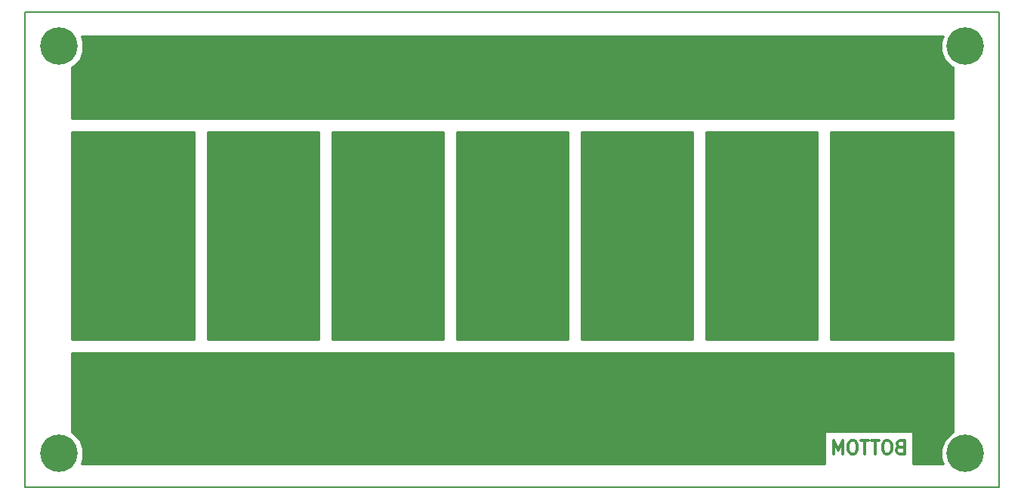
<source format=gbr>
G04 #@! TF.FileFunction,Copper,L2,Bot,Signal*
%FSLAX46Y46*%
G04 Gerber Fmt 4.6, Leading zero omitted, Abs format (unit mm)*
G04 Created by KiCad (PCBNEW 4.0.6) date 06/20/17 17:05:56*
%MOMM*%
%LPD*%
G01*
G04 APERTURE LIST*
%ADD10C,0.100000*%
%ADD11C,0.150000*%
%ADD12C,0.300000*%
%ADD13C,4.200000*%
%ADD14C,4.572000*%
%ADD15C,2.500000*%
%ADD16C,0.250000*%
%ADD17C,0.254000*%
G04 APERTURE END LIST*
D10*
D11*
X210820000Y-140970000D02*
X208280000Y-140970000D01*
X208280000Y-87630000D02*
X210820000Y-87630000D01*
X104140000Y-87630000D02*
X101600000Y-87630000D01*
X104140000Y-140970000D02*
X101600000Y-140970000D01*
D12*
X199679286Y-136417857D02*
X199465000Y-136489286D01*
X199393572Y-136560714D01*
X199322143Y-136703571D01*
X199322143Y-136917857D01*
X199393572Y-137060714D01*
X199465000Y-137132143D01*
X199607858Y-137203571D01*
X200179286Y-137203571D01*
X200179286Y-135703571D01*
X199679286Y-135703571D01*
X199536429Y-135775000D01*
X199465000Y-135846429D01*
X199393572Y-135989286D01*
X199393572Y-136132143D01*
X199465000Y-136275000D01*
X199536429Y-136346429D01*
X199679286Y-136417857D01*
X200179286Y-136417857D01*
X198393572Y-135703571D02*
X198107858Y-135703571D01*
X197965000Y-135775000D01*
X197822143Y-135917857D01*
X197750715Y-136203571D01*
X197750715Y-136703571D01*
X197822143Y-136989286D01*
X197965000Y-137132143D01*
X198107858Y-137203571D01*
X198393572Y-137203571D01*
X198536429Y-137132143D01*
X198679286Y-136989286D01*
X198750715Y-136703571D01*
X198750715Y-136203571D01*
X198679286Y-135917857D01*
X198536429Y-135775000D01*
X198393572Y-135703571D01*
X197322143Y-135703571D02*
X196465000Y-135703571D01*
X196893571Y-137203571D02*
X196893571Y-135703571D01*
X196179286Y-135703571D02*
X195322143Y-135703571D01*
X195750714Y-137203571D02*
X195750714Y-135703571D01*
X194536429Y-135703571D02*
X194250715Y-135703571D01*
X194107857Y-135775000D01*
X193965000Y-135917857D01*
X193893572Y-136203571D01*
X193893572Y-136703571D01*
X193965000Y-136989286D01*
X194107857Y-137132143D01*
X194250715Y-137203571D01*
X194536429Y-137203571D01*
X194679286Y-137132143D01*
X194822143Y-136989286D01*
X194893572Y-136703571D01*
X194893572Y-136203571D01*
X194822143Y-135917857D01*
X194679286Y-135775000D01*
X194536429Y-135703571D01*
X193250714Y-137203571D02*
X193250714Y-135703571D01*
X192750714Y-136775000D01*
X192250714Y-135703571D01*
X192250714Y-137203571D01*
D11*
X101600000Y-140970000D02*
X101600000Y-87630000D01*
X208280000Y-140970000D02*
X104140000Y-140970000D01*
X210820000Y-87630000D02*
X210820000Y-140970000D01*
X104140000Y-87630000D02*
X208280000Y-87630000D01*
D13*
X105410000Y-137160000D03*
X207010000Y-91440000D03*
X207010000Y-137160000D03*
D14*
X198120000Y-104267000D03*
X198120000Y-96393000D03*
X184150000Y-104267000D03*
X184150000Y-96393000D03*
X170180000Y-104267000D03*
X170180000Y-96393000D03*
X156210000Y-104267000D03*
X156210000Y-96393000D03*
X142240000Y-104267000D03*
X142240000Y-96393000D03*
X128270000Y-104267000D03*
X128270000Y-96393000D03*
X114300000Y-104267000D03*
X114300000Y-96393000D03*
D15*
X116000000Y-118995000D03*
X112600000Y-118995000D03*
X116000000Y-132465000D03*
X112600000Y-132465000D03*
X129970000Y-118995000D03*
X126570000Y-118995000D03*
X129970000Y-132465000D03*
X126570000Y-132465000D03*
X143940000Y-118995000D03*
X140540000Y-118995000D03*
X143940000Y-132465000D03*
X140540000Y-132465000D03*
X157910000Y-118995000D03*
X154510000Y-118995000D03*
X157910000Y-132465000D03*
X154510000Y-132465000D03*
X171880000Y-118995000D03*
X168480000Y-118995000D03*
X171880000Y-132465000D03*
X168480000Y-132465000D03*
X185850000Y-118995000D03*
X182450000Y-118995000D03*
X185850000Y-132465000D03*
X182450000Y-132465000D03*
X199820000Y-118995000D03*
X196420000Y-118995000D03*
X199820000Y-132465000D03*
X196420000Y-132465000D03*
D13*
X105410000Y-91440000D03*
D16*
X196420000Y-118995000D02*
X199820000Y-118995000D01*
X198120000Y-104267000D02*
X198120000Y-117295000D01*
X198120000Y-117295000D02*
X199820000Y-118995000D01*
X112600000Y-132465000D02*
X116000000Y-132465000D01*
X116000000Y-132465000D02*
X126570000Y-132465000D01*
X126570000Y-132465000D02*
X129970000Y-132465000D01*
X129970000Y-132465000D02*
X140540000Y-132465000D01*
X140540000Y-132465000D02*
X143940000Y-132465000D01*
X143940000Y-132465000D02*
X154510000Y-132465000D01*
X154510000Y-132465000D02*
X157910000Y-132465000D01*
X157910000Y-132465000D02*
X168480000Y-132465000D01*
X168480000Y-132465000D02*
X171880000Y-132465000D01*
X171880000Y-132465000D02*
X182450000Y-132465000D01*
X182450000Y-132465000D02*
X185850000Y-132465000D01*
X185850000Y-132465000D02*
X196420000Y-132465000D01*
X196420000Y-132465000D02*
X199820000Y-132465000D01*
X184150000Y-96393000D02*
X170180000Y-96393000D01*
X170180000Y-96393000D02*
X156210000Y-96393000D01*
X156210000Y-96393000D02*
X142240000Y-96393000D01*
X142240000Y-96393000D02*
X128270000Y-96393000D01*
X128270000Y-96393000D02*
X114300000Y-96393000D01*
D17*
G36*
X204275476Y-90893588D02*
X204274526Y-91981638D01*
X204690028Y-92987229D01*
X205458724Y-93757268D01*
X205613000Y-93821329D01*
X205613000Y-99568000D01*
X106807000Y-99568000D01*
X106807000Y-93822045D01*
X106957229Y-93759972D01*
X107727268Y-92991276D01*
X108144524Y-91986412D01*
X108145474Y-90898362D01*
X107896996Y-90297000D01*
X204523201Y-90297000D01*
X204275476Y-90893588D01*
X204275476Y-90893588D01*
G37*
X204275476Y-90893588D02*
X204274526Y-91981638D01*
X204690028Y-92987229D01*
X205458724Y-93757268D01*
X205613000Y-93821329D01*
X205613000Y-99568000D01*
X106807000Y-99568000D01*
X106807000Y-93822045D01*
X106957229Y-93759972D01*
X107727268Y-92991276D01*
X108144524Y-91986412D01*
X108145474Y-90898362D01*
X107896996Y-90297000D01*
X204523201Y-90297000D01*
X204275476Y-90893588D01*
G36*
X120523000Y-124333000D02*
X106807000Y-124333000D01*
X106807000Y-101092000D01*
X120523000Y-101092000D01*
X120523000Y-124333000D01*
X120523000Y-124333000D01*
G37*
X120523000Y-124333000D02*
X106807000Y-124333000D01*
X106807000Y-101092000D01*
X120523000Y-101092000D01*
X120523000Y-124333000D01*
G36*
X134493000Y-124333000D02*
X122047000Y-124333000D01*
X122047000Y-101092000D01*
X134493000Y-101092000D01*
X134493000Y-124333000D01*
X134493000Y-124333000D01*
G37*
X134493000Y-124333000D02*
X122047000Y-124333000D01*
X122047000Y-101092000D01*
X134493000Y-101092000D01*
X134493000Y-124333000D01*
G36*
X148463000Y-124333000D02*
X136017000Y-124333000D01*
X136017000Y-101092000D01*
X148463000Y-101092000D01*
X148463000Y-124333000D01*
X148463000Y-124333000D01*
G37*
X148463000Y-124333000D02*
X136017000Y-124333000D01*
X136017000Y-101092000D01*
X148463000Y-101092000D01*
X148463000Y-124333000D01*
G36*
X162433000Y-124333000D02*
X149987000Y-124333000D01*
X149987000Y-101092000D01*
X162433000Y-101092000D01*
X162433000Y-124333000D01*
X162433000Y-124333000D01*
G37*
X162433000Y-124333000D02*
X149987000Y-124333000D01*
X149987000Y-101092000D01*
X162433000Y-101092000D01*
X162433000Y-124333000D01*
G36*
X176403000Y-124333000D02*
X163957000Y-124333000D01*
X163957000Y-101092000D01*
X176403000Y-101092000D01*
X176403000Y-124333000D01*
X176403000Y-124333000D01*
G37*
X176403000Y-124333000D02*
X163957000Y-124333000D01*
X163957000Y-101092000D01*
X176403000Y-101092000D01*
X176403000Y-124333000D01*
G36*
X190373000Y-124333000D02*
X177927000Y-124333000D01*
X177927000Y-101092000D01*
X190373000Y-101092000D01*
X190373000Y-124333000D01*
X190373000Y-124333000D01*
G37*
X190373000Y-124333000D02*
X177927000Y-124333000D01*
X177927000Y-101092000D01*
X190373000Y-101092000D01*
X190373000Y-124333000D01*
G36*
X205613000Y-124333000D02*
X191897000Y-124333000D01*
X191897000Y-101092000D01*
X205613000Y-101092000D01*
X205613000Y-124333000D01*
X205613000Y-124333000D01*
G37*
X205613000Y-124333000D02*
X191897000Y-124333000D01*
X191897000Y-101092000D01*
X205613000Y-101092000D01*
X205613000Y-124333000D01*
G36*
X205613000Y-134777955D02*
X205462771Y-134840028D01*
X204692732Y-135608724D01*
X204275476Y-136613588D01*
X204274526Y-137701638D01*
X204523004Y-138303000D01*
X201171429Y-138303000D01*
X201171429Y-134690000D01*
X191258571Y-134690000D01*
X191258571Y-138303000D01*
X107896799Y-138303000D01*
X108144524Y-137706412D01*
X108145474Y-136618362D01*
X107729972Y-135612771D01*
X106961276Y-134842732D01*
X106807000Y-134778671D01*
X106807000Y-125857000D01*
X205613000Y-125857000D01*
X205613000Y-134777955D01*
X205613000Y-134777955D01*
G37*
X205613000Y-134777955D02*
X205462771Y-134840028D01*
X204692732Y-135608724D01*
X204275476Y-136613588D01*
X204274526Y-137701638D01*
X204523004Y-138303000D01*
X201171429Y-138303000D01*
X201171429Y-134690000D01*
X191258571Y-134690000D01*
X191258571Y-138303000D01*
X107896799Y-138303000D01*
X108144524Y-137706412D01*
X108145474Y-136618362D01*
X107729972Y-135612771D01*
X106961276Y-134842732D01*
X106807000Y-134778671D01*
X106807000Y-125857000D01*
X205613000Y-125857000D01*
X205613000Y-134777955D01*
M02*

</source>
